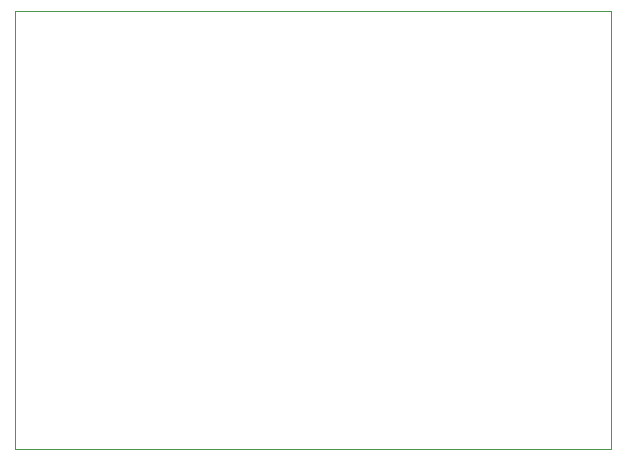
<source format=gbr>
%TF.GenerationSoftware,KiCad,Pcbnew,(5.1.8)-1*%
%TF.CreationDate,2020-12-04T21:04:29+03:00*%
%TF.ProjectId,InterfaceG850,496e7465-7266-4616-9365-473835302e6b,rev?*%
%TF.SameCoordinates,Original*%
%TF.FileFunction,Profile,NP*%
%FSLAX46Y46*%
G04 Gerber Fmt 4.6, Leading zero omitted, Abs format (unit mm)*
G04 Created by KiCad (PCBNEW (5.1.8)-1) date 2020-12-04 21:04:29*
%MOMM*%
%LPD*%
G01*
G04 APERTURE LIST*
%TA.AperFunction,Profile*%
%ADD10C,0.050000*%
%TD*%
G04 APERTURE END LIST*
D10*
X154426920Y-56388000D02*
X104007920Y-56388000D01*
X154426920Y-93472000D02*
X154426920Y-56388000D01*
X104007920Y-93472000D02*
X154426920Y-93472000D01*
X104007920Y-56388000D02*
X104007920Y-93472000D01*
M02*

</source>
